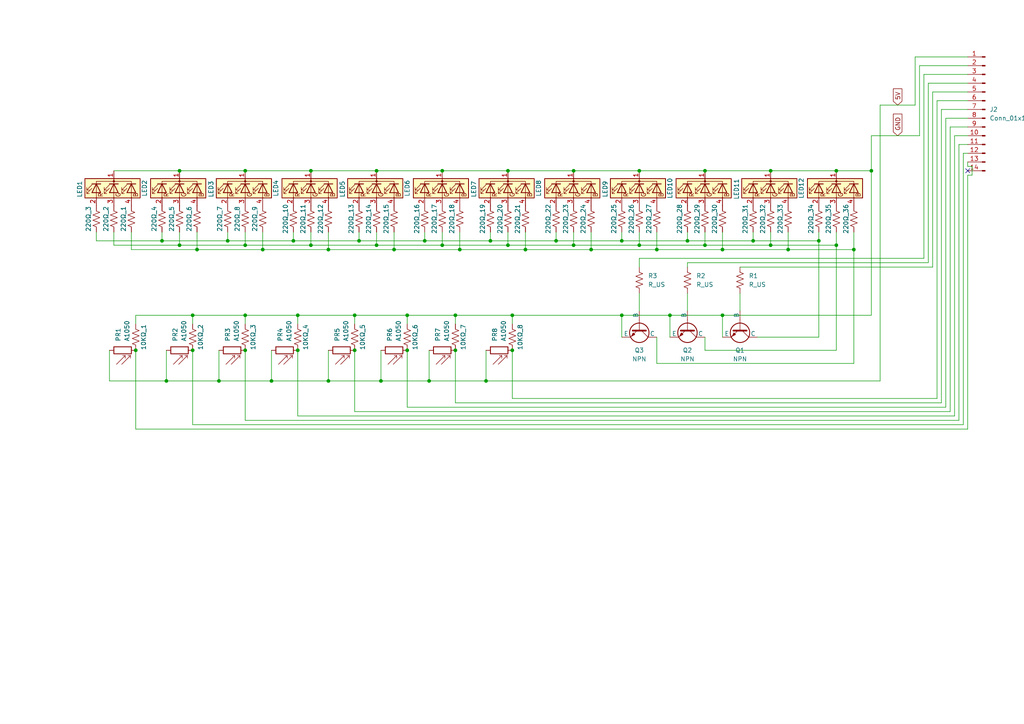
<source format=kicad_sch>
(kicad_sch (version 20231120) (generator "eeschema") (generator_version "8.0")
  (paper "A4")
  (title_block (title "Onderste PCB schema") (date "2024-07-27") (company "Robotica Mendelcollege") (comment 1 "https://github.com/ableTI/robotica") (comment 2 "https://www.instagram.com/robotics_mendelcollege/") (comment 3 "https://mendelcollege.nl/ontdek-je-talenten/robotica-en-beta/"))
  (lib_symbols
    (symbol "Connector:Conn_01x14_Pin" (pin_names (offset 1.016) hide)
      (property "Reference" "J" (at 0 17.78 0))
      (property "Value" "Conn_01x14_Pin" (at 0 -20.32 0))
      (symbol "Conn_01x14_Pin_1_1"
        (polyline (pts (xy 1.27 -17.78) (xy 0.8636 -17.78)) (stroke (width 0.1524)))
        (polyline (pts (xy 1.27 -15.24) (xy 0.8636 -15.24)) (stroke (width 0.1524)))
        (polyline (pts (xy 1.27 -12.7) (xy 0.8636 -12.7)) (stroke (width 0.1524)))
        (polyline (pts (xy 1.27 -10.16) (xy 0.8636 -10.16)) (stroke (width 0.1524)))
        (polyline (pts (xy 1.27 -7.62) (xy 0.8636 -7.62)) (stroke (width 0.1524)))
        (polyline (pts (xy 1.27 -5.08) (xy 0.8636 -5.08)) (stroke (width 0.1524)))
        (polyline (pts (xy 1.27 -2.54) (xy 0.8636 -2.54)) (stroke (width 0.1524)))
        (polyline (pts (xy 1.27 0) (xy 0.8636 0)) (stroke (width 0.1524)))
        (polyline (pts (xy 1.27 2.54) (xy 0.8636 2.54)) (stroke (width 0.1524)))
        (polyline (pts (xy 1.27 5.08) (xy 0.8636 5.08)) (stroke (width 0.1524)))
        (polyline (pts (xy 1.27 7.62) (xy 0.8636 7.62)) (stroke (width 0.1524)))
        (polyline (pts (xy 1.27 10.16) (xy 0.8636 10.16)) (stroke (width 0.1524)))
        (polyline (pts (xy 1.27 12.7) (xy 0.8636 12.7)) (stroke (width 0.1524)))
        (polyline (pts (xy 1.27 15.24) (xy 0.8636 15.24)) (stroke (width 0.1524)))
        (rectangle (start 0.8636 -17.653) (end 0 -17.907) (stroke (width 0.1524)) (fill (type outline)))
        (rectangle (start 0.8636 -15.113) (end 0 -15.367) (stroke (width 0.1524)) (fill (type outline)))
        (rectangle (start 0.8636 -12.573) (end 0 -12.827) (stroke (width 0.1524)) (fill (type outline)))
        (rectangle (start 0.8636 -10.033) (end 0 -10.287) (stroke (width 0.1524)) (fill (type outline)))
        (rectangle (start 0.8636 -7.493) (end 0 -7.747) (stroke (width 0.1524)) (fill (type outline)))
        (rectangle (start 0.8636 -4.953) (end 0 -5.207) (stroke (width 0.1524)) (fill (type outline)))
        (rectangle (start 0.8636 -2.413) (end 0 -2.667) (stroke (width 0.1524)) (fill (type outline)))
        (rectangle (start 0.8636 0.127) (end 0 -0.127) (stroke (width 0.1524)) (fill (type outline)))
        (rectangle (start 0.8636 2.667) (end 0 2.413) (stroke (width 0.1524)) (fill (type outline)))
        (rectangle (start 0.8636 5.207) (end 0 4.953) (stroke (width 0.1524)) (fill (type outline)))
        (rectangle (start 0.8636 7.747) (end 0 7.493) (stroke (width 0.1524)) (fill (type outline)))
        (rectangle (start 0.8636 10.287) (end 0 10.033) (stroke (width 0.1524)) (fill (type outline)))
        (rectangle (start 0.8636 12.827) (end 0 12.573) (stroke (width 0.1524)) (fill (type outline)))
        (rectangle (start 0.8636 15.367) (end 0 15.113) (stroke (width 0.1524)) (fill (type outline)))
        (pin passive line (at 5.08 15.24 180) (length 3.81) (name "Pin_1") (number "1"))
        (pin passive line (at 5.08 -7.62 180) (length 3.81) (name "Pin_10") (number "10"))
        (pin passive line (at 5.08 -10.16 180) (length 3.81) (name "Pin_11") (number "11"))
        (pin passive line (at 5.08 -12.7 180) (length 3.81) (name "Pin_12") (number "12"))
        (pin passive line (at 5.08 -15.24 180) (length 3.81) (name "Pin_13") (number "13"))
        (pin passive line (at 5.08 -17.78 180) (length 3.81) (name "Pin_14") (number "14"))
        (pin passive line (at 5.08 12.7 180) (length 3.81) (name "Pin_2") (number "2"))
        (pin passive line (at 5.08 10.16 180) (length 3.81) (name "Pin_3") (number "3"))
        (pin passive line (at 5.08 7.62 180) (length 3.81) (name "Pin_4") (number "4"))
        (pin passive line (at 5.08 5.08 180) (length 3.81) (name "Pin_5") (number "5"))
        (pin passive line (at 5.08 2.54 180) (length 3.81) (name "Pin_6") (number "6"))
        (pin passive line (at 5.08 0 180) (length 3.81) (name "Pin_7") (number "7"))
        (pin passive line (at 5.08 -2.54 180) (length 3.81) (name "Pin_8") (number "8"))
        (pin passive line (at 5.08 -5.08 180) (length 3.81) (name "Pin_9") (number "9"))
      )
    )
    (symbol "Device:LED_KRGB" (pin_names (offset 0) hide)
      (property "Reference" "D" (at 0 9.398 0))
      (property "Value" "LED_KRGB" (at 0 -8.89 0))
      (symbol "LED_KRGB_0_0"
        (text "B" (at 1.905 -6.35 0) (effects (font (size 1.27 1.27))))
        (text "G" (at 1.905 -1.27 0) (effects (font (size 1.27 1.27))))
        (text "R" (at 1.905 3.81 0) (effects (font (size 1.27 1.27))))
      )
      (symbol "LED_KRGB_0_1"
        (circle (center -2.032 0) (radius 0.254) (fill (type outline)))
        (polyline (pts (xy -1.27 -5.08) (xy 1.27 -5.08)))
        (polyline (pts (xy -1.27 -3.81) (xy -1.27 -6.35)) (stroke (width 0.254)))
        (polyline (pts (xy -1.27 0) (xy -2.54 0)))
        (polyline (pts (xy -1.27 1.27) (xy -1.27 -1.27)) (stroke (width 0.254)))
        (polyline (pts (xy -1.27 5.08) (xy 1.27 5.08)))
        (polyline (pts (xy -1.27 6.35) (xy -1.27 3.81)) (stroke (width 0.254)))
        (polyline (pts (xy 1.27 -5.08) (xy 2.54 -5.08)))
        (polyline (pts (xy 1.27 0) (xy -1.27 0)))
        (polyline (pts (xy 1.27 0) (xy 2.54 0)))
        (polyline (pts (xy 1.27 5.08) (xy 2.54 5.08)))
        (polyline (pts (xy -1.27 1.27) (xy -1.27 -1.27) (xy -1.27 -1.27)))
        (polyline (pts (xy -1.27 6.35) (xy -1.27 3.81) (xy -1.27 3.81)))
        (polyline (pts (xy -1.27 5.08) (xy -2.032 5.08) (xy -2.032 -5.08) (xy -1.016 -5.08)))
        (polyline (pts (xy 1.27 -3.81) (xy 1.27 -6.35) (xy -1.27 -5.08) (xy 1.27 -3.81)) (stroke (width 0.254)))
        (polyline (pts (xy 1.27 1.27) (xy 1.27 -1.27) (xy -1.27 0) (xy 1.27 1.27)) (stroke (width 0.254)))
        (polyline (pts (xy 1.27 6.35) (xy 1.27 3.81) (xy -1.27 5.08) (xy 1.27 6.35)) (stroke (width 0.254)))
        (polyline (pts (xy -1.016 -3.81) (xy 0.508 -2.286) (xy -0.254 -2.286) (xy 0.508 -2.286) (xy 0.508 -3.048)))
        (polyline (pts (xy -1.016 1.27) (xy 0.508 2.794) (xy -0.254 2.794) (xy 0.508 2.794) (xy 0.508 2.032)))
        (polyline (pts (xy -1.016 6.35) (xy 0.508 7.874) (xy -0.254 7.874) (xy 0.508 7.874) (xy 0.508 7.112)))
        (polyline (pts (xy 0 -3.81) (xy 1.524 -2.286) (xy 0.762 -2.286) (xy 1.524 -2.286) (xy 1.524 -3.048)))
        (polyline (pts (xy 0 1.27) (xy 1.524 2.794) (xy 0.762 2.794) (xy 1.524 2.794) (xy 1.524 2.032)))
        (polyline (pts (xy 0 6.35) (xy 1.524 7.874) (xy 0.762 7.874) (xy 1.524 7.874) (xy 1.524 7.112)))
        (rectangle (start 1.27 -1.27) (end 1.27 1.27))
        (rectangle (start 1.27 1.27) (end 1.27 1.27))
        (rectangle (start 1.27 3.81) (end 1.27 6.35))
        (rectangle (start 1.27 6.35) (end 1.27 6.35))
        (rectangle (start 2.794 8.382) (end -2.794 -7.62) (stroke (width 0.254)) (fill (type background)))
      )
      (symbol "LED_KRGB_1_1"
        (pin passive line (at -5.08 0 0) (length 2.54) (name "K") (number "1"))
        (pin passive line (at 5.08 5.08 180) (length 2.54) (name "RA") (number "2"))
        (pin passive line (at 5.08 0 180) (length 2.54) (name "GA") (number "3"))
        (pin passive line (at 5.08 -5.08 180) (length 2.54) (name "BA") (number "4"))
      )
    )
    (symbol "Device:R_US" (pin_numbers hide) (pin_names (offset 0))
      (property "Reference" "R" (at 2.54 0 90))
      (property "Value" "R_US" (at -2.54 0 90))
      (symbol "R_US_0_1"
        (polyline (pts (xy 0 -2.286) (xy 0 -2.54)))
        (polyline (pts (xy 0 2.286) (xy 0 2.54)))
        (polyline (pts (xy 0 -0.762) (xy 1.016 -1.143) (xy 0 -1.524) (xy -1.016 -1.905) (xy 0 -2.286)))
        (polyline (pts (xy 0 0.762) (xy 1.016 0.381) (xy 0 0) (xy -1.016 -0.381) (xy 0 -0.762)))
        (polyline (pts (xy 0 2.286) (xy 1.016 1.905) (xy 0 1.524) (xy -1.016 1.143) (xy 0 0.762)))
      )
      (symbol "R_US_1_1"
        (pin passive line (at 0 3.81 270) (length 1.27) (name "~") (number "1"))
        (pin passive line (at 0 -3.81 90) (length 1.27) (name "~") (number "2"))
      )
    )
    (symbol "Sensor_Optical:A1050" (pin_numbers hide) (pin_names (offset 0))
      (property "Reference" "R" (at -5.08 0 90))
      (property "Value" "A1050" (at 1.905 0 90))
      (symbol "A1050_0_1"
        (rectangle (start -1.016 2.54) (end 1.016 -2.54) (stroke (width 0.254)))
        (polyline (pts (xy -1.524 -2.286) (xy -4.064 0.254)))
        (polyline (pts (xy -1.524 -2.286) (xy -2.286 -2.286)))
        (polyline (pts (xy -1.524 -2.286) (xy -1.524 -1.524)))
        (polyline (pts (xy -1.524 -0.762) (xy -4.064 1.778)))
        (polyline (pts (xy -1.524 -0.762) (xy -2.286 -0.762)))
        (polyline (pts (xy -1.524 -0.762) (xy -1.524 0)))
      )
      (symbol "A1050_1_1"
        (pin passive line (at 0 3.81 270) (length 1.27) (name "~") (number "1"))
        (pin passive line (at 0 -3.81 90) (length 1.27) (name "~") (number "2"))
      )
    )
    (symbol "Simulation_SPICE:NPN" (pin_numbers hide) (pin_names (offset 0))
      (property "Reference" "Q" (at -2.54 7.62 0))
      (property "Value" "NPN" (at -2.54 5.08 0))
      (symbol "NPN_0_1"
        (polyline (pts (xy -2.54 0) (xy 0.635 0)) (stroke (width 0.1524)))
        (polyline (pts (xy 0.635 0.635) (xy 2.54 2.54)))
        (polyline (pts (xy 2.794 -1.27) (xy 2.794 -1.27)) (stroke (width 0.1524)))
        (polyline (pts (xy 2.794 -1.27) (xy 2.794 -1.27)) (stroke (width 0.1524)))
        (polyline (pts (xy 0.635 -0.635) (xy 2.54 -2.54) (xy 2.54 -2.54)))
        (polyline (pts (xy 0.635 1.905) (xy 0.635 -1.905) (xy 0.635 -1.905)) (stroke (width 0.508)))
        (polyline (pts (xy 1.27 -1.778) (xy 1.778 -1.27) (xy 2.286 -2.286) (xy 1.27 -1.778) (xy 1.27 -1.778)) (fill (type outline)))
        (circle (center 1.27 0) (radius 2.8194) (stroke (width 0.254)))
      )
      (symbol "NPN_1_1"
        (pin open_collector line (at 2.54 5.08 270) (length 2.54) (name "C") (number "1"))
        (pin input line (at -5.08 0 0) (length 2.54) (name "B") (number "2"))
        (pin open_emitter line (at 2.54 -5.08 90) (length 2.54) (name "E") (number "3"))
      )
    )
  )
  (junction (at 132.08 91.44))
  (junction (at 242.57 49.53))
  (junction (at 86.36 91.44))
  (junction (at 55.88 91.44))
  (junction (at 180.34 69.85))
  (junction (at 148.59 101.6))
  (junction (at 71.12 101.6))
  (junction (at 228.6 72.39))
  (junction (at 78.74 110.49))
  (junction (at 242.57 71.12))
  (junction (at 237.49 69.85))
  (junction (at 194.31 91.44))
  (junction (at 128.27 49.53))
  (junction (at 209.55 91.44))
  (junction (at 133.35 72.39))
  (junction (at 66.04 69.85))
  (junction (at 166.37 49.53))
  (junction (at 128.27 71.12))
  (junction (at 161.29 69.85))
  (junction (at 252.73 49.53))
  (junction (at 223.52 71.12))
  (junction (at 147.32 49.53))
  (junction (at 95.25 110.49))
  (junction (at 102.87 101.6))
  (junction (at 118.11 91.44))
  (junction (at 71.12 49.53))
  (junction (at 180.34 91.44))
  (junction (at 124.46 110.49))
  (junction (at 247.65 72.39))
  (junction (at 76.2 72.39))
  (junction (at 199.39 69.85))
  (junction (at 52.07 71.12))
  (junction (at 218.44 69.85))
  (junction (at 204.47 49.53))
  (junction (at 152.4 72.39))
  (junction (at 147.32 71.12))
  (junction (at 95.25 72.39))
  (junction (at 104.14 69.85))
  (junction (at 140.97 110.49))
  (junction (at 48.26 110.49))
  (junction (at 109.22 49.53))
  (junction (at 86.36 101.6))
  (junction (at 209.55 72.39))
  (junction (at 223.52 49.53))
  (junction (at 57.15 72.39))
  (junction (at 71.12 91.44))
  (junction (at 132.08 101.6))
  (junction (at 52.07 49.53))
  (junction (at 185.42 71.12))
  (junction (at 71.12 71.12))
  (junction (at 110.49 110.49))
  (junction (at 148.59 91.44))
  (junction (at 85.09 69.85))
  (junction (at 63.5 110.49))
  (junction (at 166.37 71.12))
  (junction (at 114.3 72.39))
  (junction (at 185.42 49.53))
  (junction (at 142.24 69.85))
  (junction (at 39.37 101.6))
  (junction (at 90.17 49.53))
  (junction (at 118.11 101.6))
  (junction (at 46.99 69.85))
  (junction (at 171.45 72.39))
  (junction (at 55.88 101.6))
  (junction (at 123.19 69.85))
  (junction (at 102.87 91.44))
  (junction (at 190.5 72.39))
  (junction (at 90.17 71.12))
  (junction (at 109.22 71.12))
  (junction (at 204.47 71.12))
  (no_connect (at 280.67 49.53))
  (wire (pts (xy 270.51 26.67) (xy 270.51 77.47)))
  (wire (pts (xy 46.99 69.85) (xy 66.04 69.85)))
  (wire (pts (xy 55.88 91.44) (xy 55.88 93.98)))
  (wire (pts (xy 252.73 49.53) (xy 252.73 91.44)))
  (wire (pts (xy 95.25 72.39) (xy 95.25 67.31)))
  (wire (pts (xy 27.94 69.85) (xy 46.99 69.85)))
  (wire (pts (xy 242.57 101.6) (xy 242.57 71.12)))
  (wire (pts (xy 71.12 101.6) (xy 71.12 121.92)))
  (wire (pts (xy 280.67 31.75) (xy 273.05 31.75)))
  (wire (pts (xy 90.17 49.53) (xy 109.22 49.53)))
  (wire (pts (xy 280.67 26.67) (xy 270.51 26.67)))
  (wire (pts (xy 204.47 71.12) (xy 204.47 67.31)))
  (wire (pts (xy 148.59 91.44) (xy 180.34 91.44)))
  (wire (pts (xy 255.27 30.48) (xy 255.27 110.49)))
  (wire (pts (xy 148.59 115.57) (xy 148.59 101.6)))
  (wire (pts (xy 218.44 69.85) (xy 237.49 69.85)))
  (wire (pts (xy 128.27 71.12) (xy 109.22 71.12)))
  (wire (pts (xy 38.1 72.39) (xy 57.15 72.39)))
  (wire (pts (xy 102.87 101.6) (xy 102.87 119.38)))
  (wire (pts (xy 152.4 72.39) (xy 171.45 72.39)))
  (wire (pts (xy 85.09 69.85) (xy 85.09 67.31)))
  (wire (pts (xy 27.94 67.31) (xy 27.94 69.85)))
  (wire (pts (xy 140.97 110.49) (xy 255.27 110.49)))
  (wire (pts (xy 132.08 101.6) (xy 132.08 116.84)))
  (wire (pts (xy 274.32 34.29) (xy 280.67 34.29)))
  (wire (pts (xy 86.36 120.65) (xy 276.86 120.65)))
  (wire (pts (xy 252.73 39.37) (xy 252.73 49.53)))
  (wire (pts (xy 152.4 72.39) (xy 152.4 67.31)))
  (wire (pts (xy 133.35 72.39) (xy 133.35 67.31)))
  (wire (pts (xy 86.36 93.98) (xy 86.36 91.44)))
  (wire (pts (xy 140.97 110.49) (xy 140.97 101.6)))
  (wire (pts (xy 52.07 71.12) (xy 52.07 67.31)))
  (wire (pts (xy 142.24 69.85) (xy 161.29 69.85)))
  (wire (pts (xy 171.45 72.39) (xy 171.45 67.31)))
  (wire (pts (xy 190.5 105.41) (xy 190.5 97.79)))
  (wire (pts (xy 86.36 91.44) (xy 102.87 91.44)))
  (wire (pts (xy 71.12 91.44) (xy 86.36 91.44)))
  (wire (pts (xy 63.5 101.6) (xy 63.5 110.49)))
  (wire (pts (xy 209.55 91.44) (xy 209.55 97.79)))
  (wire (pts (xy 66.04 69.85) (xy 85.09 69.85)))
  (wire (pts (xy 39.37 101.6) (xy 39.37 124.46)))
  (wire (pts (xy 63.5 110.49) (xy 48.26 110.49)))
  (wire (pts (xy 142.24 69.85) (xy 142.24 67.31)))
  (wire (pts (xy 266.7 39.37) (xy 266.7 19.05)))
  (wire (pts (xy 66.04 69.85) (xy 66.04 67.31)))
  (wire (pts (xy 161.29 69.85) (xy 161.29 67.31)))
  (wire (pts (xy 104.14 69.85) (xy 104.14 67.31)))
  (wire (pts (xy 161.29 69.85) (xy 180.34 69.85)))
  (wire (pts (xy 204.47 97.79) (xy 204.47 101.6)))
  (wire (pts (xy 278.13 41.91) (xy 278.13 121.92)))
  (wire (pts (xy 280.67 50.8) (xy 280.67 124.46)))
  (wire (pts (xy 48.26 110.49) (xy 31.75 110.49)))
  (wire (pts (xy 185.42 49.53) (xy 204.47 49.53)))
  (wire (pts (xy 52.07 49.53) (xy 71.12 49.53)))
  (wire (pts (xy 147.32 71.12) (xy 147.32 67.31)))
  (wire (pts (xy 147.32 71.12) (xy 128.27 71.12)))
  (wire (pts (xy 265.43 16.51) (xy 280.67 16.51)))
  (wire (pts (xy 180.34 91.44) (xy 194.31 91.44)))
  (wire (pts (xy 237.49 97.79) (xy 219.71 97.79)))
  (wire (pts (xy 166.37 71.12) (xy 166.37 67.31)))
  (wire (pts (xy 46.99 69.85) (xy 46.99 67.31)))
  (wire (pts (xy 39.37 93.98) (xy 39.37 91.44)))
  (wire (pts (xy 124.46 110.49) (xy 140.97 110.49)))
  (wire (pts (xy 275.59 36.83) (xy 275.59 119.38)))
  (wire (pts (xy 204.47 101.6) (xy 242.57 101.6)))
  (wire (pts (xy 38.1 67.31) (xy 38.1 72.39)))
  (wire (pts (xy 252.73 39.37) (xy 266.7 39.37)))
  (wire (pts (xy 209.55 91.44) (xy 252.73 91.44)))
  (wire (pts (xy 280.67 21.59) (xy 267.97 21.59)))
  (wire (pts (xy 273.05 116.84) (xy 132.08 116.84)))
  (wire (pts (xy 31.75 110.49) (xy 31.75 101.6)))
  (wire (pts (xy 194.31 91.44) (xy 194.31 97.79)))
  (wire (pts (xy 132.08 93.98) (xy 132.08 91.44)))
  (wire (pts (xy 185.42 71.12) (xy 185.42 67.31)))
  (wire (pts (xy 280.67 124.46) (xy 39.37 124.46)))
  (wire (pts (xy 148.59 91.44) (xy 148.59 93.98)))
  (wire (pts (xy 118.11 118.11) (xy 274.32 118.11)))
  (wire (pts (xy 204.47 49.53) (xy 223.52 49.53)))
  (wire (pts (xy 269.24 24.13) (xy 269.24 76.2)))
  (wire (pts (xy 237.49 69.85) (xy 237.49 67.31)))
  (wire (pts (xy 223.52 71.12) (xy 223.52 67.31)))
  (wire (pts (xy 171.45 72.39) (xy 190.5 72.39)))
  (wire (pts (xy 71.12 71.12) (xy 52.07 71.12)))
  (wire (pts (xy 281.94 48.26) (xy 281.94 50.8)))
  (wire (pts (xy 124.46 110.49) (xy 124.46 101.6)))
  (wire (pts (xy 280.67 48.26) (xy 281.94 48.26)))
  (wire (pts (xy 109.22 71.12) (xy 90.17 71.12)))
  (wire (pts (xy 271.78 115.57) (xy 271.78 29.21)))
  (wire (pts (xy 118.11 91.44) (xy 132.08 91.44)))
  (wire (pts (xy 228.6 72.39) (xy 228.6 67.31)))
  (wire (pts (xy 209.55 72.39) (xy 209.55 67.31)))
  (wire (pts (xy 166.37 71.12) (xy 147.32 71.12)))
  (wire (pts (xy 185.42 77.47) (xy 185.42 74.93)))
  (wire (pts (xy 275.59 119.38) (xy 102.87 119.38)))
  (wire (pts (xy 214.63 77.47) (xy 270.51 77.47)))
  (wire (pts (xy 128.27 71.12) (xy 128.27 67.31)))
  (wire (pts (xy 85.09 69.85) (xy 104.14 69.85)))
  (wire (pts (xy 209.55 72.39) (xy 228.6 72.39)))
  (wire (pts (xy 123.19 69.85) (xy 142.24 69.85)))
  (wire (pts (xy 278.13 121.92) (xy 71.12 121.92)))
  (wire (pts (xy 223.52 49.53) (xy 242.57 49.53)))
  (wire (pts (xy 280.67 36.83) (xy 275.59 36.83)))
  (wire (pts (xy 180.34 91.44) (xy 180.34 97.79)))
  (wire (pts (xy 71.12 93.98) (xy 71.12 91.44)))
  (wire (pts (xy 237.49 69.85) (xy 237.49 97.79)))
  (wire (pts (xy 55.88 101.6) (xy 55.88 123.19)))
  (wire (pts (xy 128.27 49.53) (xy 147.32 49.53)))
  (wire (pts (xy 57.15 72.39) (xy 76.2 72.39)))
  (wire (pts (xy 110.49 110.49) (xy 95.25 110.49)))
  (wire (pts (xy 90.17 71.12) (xy 71.12 71.12)))
  (wire (pts (xy 118.11 101.6) (xy 118.11 118.11)))
  (wire (pts (xy 63.5 110.49) (xy 78.74 110.49)))
  (wire (pts (xy 71.12 49.53) (xy 90.17 49.53)))
  (wire (pts (xy 185.42 71.12) (xy 166.37 71.12)))
  (wire (pts (xy 190.5 72.39) (xy 209.55 72.39)))
  (wire (pts (xy 71.12 71.12) (xy 71.12 67.31)))
  (wire (pts (xy 274.32 118.11) (xy 274.32 34.29)))
  (wire (pts (xy 199.39 85.09) (xy 199.39 90.17)))
  (wire (pts (xy 242.57 67.31) (xy 242.57 71.12)))
  (wire (pts (xy 147.32 49.53) (xy 166.37 49.53)))
  (wire (pts (xy 95.25 72.39) (xy 114.3 72.39)))
  (wire (pts (xy 194.31 91.44) (xy 209.55 91.44)))
  (wire (pts (xy 265.43 30.48) (xy 265.43 16.51)))
  (wire (pts (xy 110.49 110.49) (xy 124.46 110.49)))
  (wire (pts (xy 185.42 74.93) (xy 267.97 74.93)))
  (wire (pts (xy 132.08 91.44) (xy 148.59 91.44)))
  (wire (pts (xy 267.97 21.59) (xy 267.97 74.93)))
  (wire (pts (xy 266.7 19.05) (xy 280.67 19.05)))
  (wire (pts (xy 247.65 72.39) (xy 247.65 67.31)))
  (wire (pts (xy 109.22 71.12) (xy 109.22 67.31)))
  (wire (pts (xy 281.94 50.8) (xy 280.67 50.8)))
  (wire (pts (xy 48.26 110.49) (xy 48.26 101.6)))
  (wire (pts (xy 133.35 72.39) (xy 152.4 72.39)))
  (wire (pts (xy 269.24 24.13) (xy 280.67 24.13)))
  (wire (pts (xy 95.25 110.49) (xy 95.25 101.6)))
  (wire (pts (xy 33.02 49.53) (xy 52.07 49.53)))
  (wire (pts (xy 57.15 72.39) (xy 57.15 67.31)))
  (wire (pts (xy 55.88 123.19) (xy 279.4 123.19)))
  (wire (pts (xy 76.2 72.39) (xy 76.2 67.31)))
  (wire (pts (xy 95.25 110.49) (xy 78.74 110.49)))
  (wire (pts (xy 76.2 72.39) (xy 95.25 72.39)))
  (wire (pts (xy 269.24 76.2) (xy 199.39 76.2)))
  (wire (pts (xy 86.36 101.6) (xy 86.36 120.65)))
  (wire (pts (xy 123.19 69.85) (xy 123.19 67.31)))
  (wire (pts (xy 223.52 71.12) (xy 204.47 71.12)))
  (wire (pts (xy 214.63 90.17) (xy 214.63 85.09)))
  (wire (pts (xy 104.14 69.85) (xy 123.19 69.85)))
  (wire (pts (xy 247.65 105.41) (xy 190.5 105.41)))
  (wire (pts (xy 247.65 72.39) (xy 247.65 105.41)))
  (wire (pts (xy 242.57 71.12) (xy 223.52 71.12)))
  (wire (pts (xy 276.86 39.37) (xy 280.67 39.37)))
  (wire (pts (xy 279.4 44.45) (xy 280.67 44.45)))
  (wire (pts (xy 280.67 46.99) (xy 280.67 48.26)))
  (wire (pts (xy 118.11 93.98) (xy 118.11 91.44)))
  (wire (pts (xy 114.3 72.39) (xy 133.35 72.39)))
  (wire (pts (xy 52.07 71.12) (xy 33.02 71.12)))
  (wire (pts (xy 71.12 91.44) (xy 55.88 91.44)))
  (wire (pts (xy 279.4 44.45) (xy 279.4 123.19)))
  (wire (pts (xy 114.3 72.39) (xy 114.3 67.31)))
  (wire (pts (xy 110.49 101.6) (xy 110.49 110.49)))
  (wire (pts (xy 90.17 71.12) (xy 90.17 67.31)))
  (wire (pts (xy 228.6 72.39) (xy 247.65 72.39)))
  (wire (pts (xy 180.34 69.85) (xy 180.34 67.31)))
  (wire (pts (xy 218.44 69.85) (xy 218.44 67.31)))
  (wire (pts (xy 78.74 110.49) (xy 78.74 101.6)))
  (wire (pts (xy 276.86 120.65) (xy 276.86 39.37)))
  (wire (pts (xy 280.67 41.91) (xy 278.13 41.91)))
  (wire (pts (xy 39.37 91.44) (xy 55.88 91.44)))
  (wire (pts (xy 255.27 30.48) (xy 265.43 30.48)))
  (wire (pts (xy 271.78 29.21) (xy 280.67 29.21)))
  (wire (pts (xy 199.39 69.85) (xy 199.39 67.31)))
  (wire (pts (xy 190.5 72.39) (xy 190.5 67.31)))
  (wire (pts (xy 148.59 115.57) (xy 271.78 115.57)))
  (wire (pts (xy 109.22 49.53) (xy 128.27 49.53)))
  (wire (pts (xy 33.02 71.12) (xy 33.02 67.31)))
  (wire (pts (xy 242.57 49.53) (xy 252.73 49.53)))
  (wire (pts (xy 204.47 71.12) (xy 185.42 71.12)))
  (wire (pts (xy 102.87 91.44) (xy 102.87 93.98)))
  (wire (pts (xy 185.42 85.09) (xy 185.42 90.17)))
  (wire (pts (xy 180.34 69.85) (xy 199.39 69.85)))
  (wire (pts (xy 199.39 69.85) (xy 218.44 69.85)))
  (wire (pts (xy 199.39 76.2) (xy 199.39 77.47)))
  (wire (pts (xy 118.11 91.44) (xy 102.87 91.44)))
  (wire (pts (xy 166.37 49.53) (xy 185.42 49.53)))
  (wire (pts (xy 273.05 31.75) (xy 273.05 116.84)))
  (global_label "GND" (shape input) (at 260.35 39.37 90) (property "Intersheetrefs" "${INTERSHEET_REFS}" (effects (hide yes))))
  (global_label "5V" (shape input) (at 260.35 30.48 90) (property "Intersheetrefs" "${INTERSHEET_REFS}" (effects (hide yes))))
  (symbol (lib_id "Sensor_Optical:A1050") (at 114.3 101.6 90) (unit 1)
    (property "Reference" "PR6" (at 113.0299 99.06 0) (effects (justify left)))
    (property "Value" "A1050" (at 115.5699 99.06 0) (effects (justify left)))
    (property "Footprint" "OptoDevice:R_LDR_D6.4mm_P3.4mm_Vertical" (effects (hide yes)))
    (property "Datasheet" "http://cdn-reichelt.de/documents/datenblatt/A500/A106012.pdf" (effects (hide yes)))
    (property "Description" "light dependent resistor" (effects (hide yes)))
  )
  (symbol (lib_id "Sensor_Optical:A1050") (at 128.27 101.6 90) (unit 1)
    (property "Reference" "PR7" (at 126.9999 99.06 0) (effects (justify left)))
    (property "Value" "A1050" (at 129.5399 99.06 0) (effects (justify left)))
    (property "Footprint" "OptoDevice:R_LDR_D6.4mm_P3.4mm_Vertical" (effects (hide yes)))
    (property "Datasheet" "http://cdn-reichelt.de/documents/datenblatt/A500/A106012.pdf" (effects (hide yes)))
    (property "Description" "light dependent resistor" (effects (hide yes)))
  )
  (symbol (lib_id "Device:R_US") (at 52.07 63.5 0) (unit 1)
    (property "Reference" "220Ω_5" (at 49.784 63.5 90))
    (property "Value" "R_US" (effects (hide yes)))
    (property "Description" "Resistor, US symbol" (effects (hide yes)))
  )
  (symbol (lib_id "Device:R_US") (at 76.2 63.5 0) (unit 1)
    (property "Reference" "220Ω_9" (at 73.914 63.5 90))
    (property "Value" "R_US" (effects (hide yes)))
    (property "Description" "Resistor, US symbol" (effects (hide yes)))
  )
  (symbol (lib_id "Device:R_US") (at 214.63 81.28 180) (unit 1)
    (property "Reference" "R1" (at 217.17 80.0099 0) (effects (justify right)))
    (property "Value" "R_US" (at 217.17 82.5499 0) (effects (justify right)))
    (property "Description" "Resistor, US symbol" (effects (hide yes)))
  )
  (symbol (lib_id "Device:R_US") (at 133.35 63.5 0) (unit 1)
    (property "Reference" "220Ω_18" (at 131.064 63.5 90))
    (property "Value" "R_US" (effects (hide yes)))
    (property "Description" "Resistor, US symbol" (effects (hide yes)))
  )
  (symbol (lib_id "Device:LED_KRGB") (at 204.47 54.61 90) (mirror x) (unit 1)
    (property "Reference" "LED10" (at 194.31 54.61 0))
    (property "Value" "LED_KRGB" (effects (hide yes)))
    (property "Description" "RGB LED, cathode/red/green/blue" (effects (hide yes)))
  )
  (symbol (lib_id "Device:R_US") (at 199.39 81.28 180) (unit 1)
    (property "Reference" "R2" (at 201.93 80.0099 0) (effects (justify right)))
    (property "Value" "R_US" (at 201.93 82.5499 0) (effects (justify right)))
    (property "Description" "Resistor, US symbol" (effects (hide yes)))
  )
  (symbol (lib_id "Device:LED_KRGB") (at 242.57 54.61 90) (mirror x) (unit 1)
    (property "Reference" "LED12" (at 232.41 54.61 0))
    (property "Value" "LED_KRGB" (effects (hide yes)))
    (property "Description" "RGB LED, cathode/red/green/blue" (effects (hide yes)))
  )
  (symbol (lib_id "Device:R_US") (at 86.36 97.79 180) (unit 1)
    (property "Reference" "10KΩ_4" (at 88.646 97.79 90))
    (property "Value" "R_US" (effects (hide yes)))
    (property "Description" "Resistor, US symbol" (effects (hide yes)))
  )
  (symbol (lib_id "Simulation_SPICE:NPN") (at 199.39 95.25 270) (unit 1)
    (property "Reference" "Q2" (at 199.39 101.6 90))
    (property "Value" "NPN" (at 199.39 104.14 90))
    (property "Datasheet" "https://ngspice.sourceforge.io/docs/ngspice-html-manual/manual.xhtml#cha_BJTs" (effects (hide yes)))
    (property "Description" "Bipolar transistor symbol for simulation only, substrate tied to the emitter" (effects (hide yes)))
    (property "Sim.Device" "NPN" (effects (hide yes)))
    (property "Sim.Type" "GUMMELPOON" (effects (hide yes)))
    (property "Sim.Pins" "1=C 2=B 3=E" (effects (hide yes)))
  )
  (symbol (lib_id "Device:R_US") (at 199.39 63.5 0) (unit 1)
    (property "Reference" "220Ω_28" (at 197.104 63.5 90))
    (property "Value" "R_US" (effects (hide yes)))
    (property "Description" "Resistor, US symbol" (effects (hide yes)))
  )
  (symbol (lib_id "Device:LED_KRGB") (at 223.52 54.61 90) (mirror x) (unit 1)
    (property "Reference" "LED11" (at 213.614 54.864 0))
    (property "Value" "LED_KRGB" (effects (hide yes)))
    (property "Description" "RGB LED, cathode/red/green/blue" (effects (hide yes)))
  )
  (symbol (lib_id "Device:R_US") (at 104.14 63.5 0) (unit 1)
    (property "Reference" "220Ω_13" (at 101.854 63.5 90))
    (property "Value" "R_US" (effects (hide yes)))
    (property "Description" "Resistor, US symbol" (effects (hide yes)))
  )
  (symbol (lib_id "Device:R_US") (at 57.15 63.5 0) (unit 1)
    (property "Reference" "220Ω_6" (at 54.864 63.5 90))
    (property "Value" "R_US" (effects (hide yes)))
    (property "Description" "Resistor, US symbol" (effects (hide yes)))
  )
  (symbol (lib_id "Device:R_US") (at 90.17 63.5 0) (unit 1)
    (property "Reference" "220Ω_11" (at 87.884 63.5 90))
    (property "Value" "R_US" (effects (hide yes)))
    (property "Description" "Resistor, US symbol" (effects (hide yes)))
  )
  (symbol (lib_id "Device:R_US") (at 71.12 97.79 180) (unit 1)
    (property "Reference" "10KΩ_3" (at 73.406 97.79 90))
    (property "Value" "R_US" (effects (hide yes)))
    (property "Description" "Resistor, US symbol" (effects (hide yes)))
  )
  (symbol (lib_id "Device:R_US") (at 161.29 63.5 0) (unit 1)
    (property "Reference" "220Ω_22" (at 159.004 63.5 90))
    (property "Value" "R_US" (effects (hide yes)))
    (property "Description" "Resistor, US symbol" (effects (hide yes)))
  )
  (symbol (lib_id "Device:R_US") (at 147.32 63.5 0) (unit 1)
    (property "Reference" "220Ω_20" (at 145.034 63.5 90))
    (property "Value" "R_US" (effects (hide yes)))
    (property "Description" "Resistor, US symbol" (effects (hide yes)))
  )
  (symbol (lib_id "Device:R_US") (at 71.12 63.5 0) (unit 1)
    (property "Reference" "220Ω_8" (at 68.834 63.5 90))
    (property "Value" "R_US" (effects (hide yes)))
    (property "Description" "Resistor, US symbol" (effects (hide yes)))
  )
  (symbol (lib_id "Sensor_Optical:A1050") (at 144.78 101.6 90) (unit 1)
    (property "Reference" "PR8" (at 143.5099 99.06 0) (effects (justify left)))
    (property "Value" "A1050" (at 146.0499 99.06 0) (effects (justify left)))
    (property "Footprint" "OptoDevice:R_LDR_D6.4mm_P3.4mm_Vertical" (effects (hide yes)))
    (property "Datasheet" "http://cdn-reichelt.de/documents/datenblatt/A500/A106012.pdf" (effects (hide yes)))
    (property "Description" "light dependent resistor" (effects (hide yes)))
  )
  (symbol (lib_id "Device:LED_KRGB") (at 71.12 54.61 90) (mirror x) (unit 1)
    (property "Reference" "LED3" (at 61.214 54.864 0))
    (property "Value" "LED_KRGB" (effects (hide yes)))
    (property "Description" "RGB LED, cathode/red/green/blue" (effects (hide yes)))
  )
  (symbol (lib_id "Device:R_US") (at 118.11 97.79 180) (unit 1)
    (property "Reference" "10KΩ_6" (at 120.396 97.79 90))
    (property "Value" "R_US" (effects (hide yes)))
    (property "Description" "Resistor, US symbol" (effects (hide yes)))
  )
  (symbol (lib_id "Device:LED_KRGB") (at 185.42 54.61 90) (mirror x) (unit 1)
    (property "Reference" "LED9" (at 175.514 54.864 0))
    (property "Value" "LED_KRGB" (effects (hide yes)))
    (property "Description" "RGB LED, cathode/red/green/blue" (effects (hide yes)))
  )
  (symbol (lib_id "Device:R_US") (at 39.37 97.79 180) (unit 1)
    (property "Reference" "10KΩ_1" (at 41.656 97.79 90))
    (property "Value" "R_US" (effects (hide yes)))
    (property "Description" "Resistor, US symbol" (effects (hide yes)))
  )
  (symbol (lib_id "Device:R_US") (at 142.24 63.5 0) (unit 1)
    (property "Reference" "220Ω_19" (at 139.954 63.5 90))
    (property "Value" "R_US" (effects (hide yes)))
    (property "Description" "Resistor, US symbol" (effects (hide yes)))
  )
  (symbol (lib_id "Device:R_US") (at 242.57 63.5 0) (unit 1)
    (property "Reference" "220Ω_35" (at 240.284 63.5 90))
    (property "Value" "R_US" (effects (hide yes)))
    (property "Description" "Resistor, US symbol" (effects (hide yes)))
  )
  (symbol (lib_id "Device:R_US") (at 228.6 63.5 0) (unit 1)
    (property "Reference" "220Ω_33" (at 226.314 63.5 90))
    (property "Value" "R_US" (effects (hide yes)))
    (property "Description" "Resistor, US symbol" (effects (hide yes)))
  )
  (symbol (lib_id "Device:R_US") (at 27.94 63.5 0) (unit 1)
    (property "Reference" "220Ω_3" (at 25.654 63.5 90))
    (property "Value" "R_US" (effects (hide yes)))
    (property "Description" "Resistor, US symbol" (effects (hide yes)))
  )
  (symbol (lib_id "Device:R_US") (at 185.42 81.28 180) (unit 1)
    (property "Reference" "R3" (at 187.96 80.0099 0) (effects (justify right)))
    (property "Value" "R_US" (at 187.96 82.5499 0) (effects (justify right)))
    (property "Description" "Resistor, US symbol" (effects (hide yes)))
  )
  (symbol (lib_id "Device:R_US") (at 247.65 63.5 0) (unit 1)
    (property "Reference" "220Ω_36" (at 245.364 63.5 90))
    (property "Value" "R_US" (effects (hide yes)))
    (property "Description" "Resistor, US symbol" (effects (hide yes)))
  )
  (symbol (lib_id "Device:R_US") (at 132.08 97.79 180) (unit 1)
    (property "Reference" "10KΩ_7" (at 134.366 97.79 90))
    (property "Value" "R_US" (effects (hide yes)))
    (property "Description" "Resistor, US symbol" (effects (hide yes)))
  )
  (symbol (lib_id "Device:R_US") (at 148.59 97.79 180) (unit 1)
    (property "Reference" "10KΩ_8" (at 150.876 97.79 90))
    (property "Value" "R_US" (effects (hide yes)))
    (property "Description" "Resistor, US symbol" (effects (hide yes)))
  )
  (symbol (lib_id "Sensor_Optical:A1050") (at 82.55 101.6 90) (unit 1)
    (property "Reference" "PR4" (at 81.2799 99.06 0) (effects (justify left)))
    (property "Value" "A1050" (at 83.8199 99.06 0) (effects (justify left)))
    (property "Footprint" "OptoDevice:R_LDR_D6.4mm_P3.4mm_Vertical" (effects (hide yes)))
    (property "Datasheet" "http://cdn-reichelt.de/documents/datenblatt/A500/A106012.pdf" (effects (hide yes)))
    (property "Description" "light dependent resistor" (effects (hide yes)))
  )
  (symbol (lib_id "Connector:Conn_01x14_Pin") (at 285.75 31.75 0) (mirror y) (unit 1)
    (property "Reference" "J2" (at 287.02 31.7499 0) (effects (justify right)))
    (property "Value" "Conn_01x14_Pin" (at 287.02 34.2899 0) (effects (justify right)))
    (property "Description" "Generic connector, single row, 01x14, script generated" (effects (hide yes)))
  )
  (symbol (lib_id "Device:R_US") (at 109.22 63.5 0) (unit 1)
    (property "Reference" "220Ω_14" (at 106.934 63.5 90))
    (property "Value" "R_US" (effects (hide yes)))
    (property "Description" "Resistor, US symbol" (effects (hide yes)))
  )
  (symbol (lib_id "Device:R_US") (at 102.87 97.79 180) (unit 1)
    (property "Reference" "10KΩ_5" (at 105.156 97.79 90))
    (property "Value" "R_US" (effects (hide yes)))
    (property "Description" "Resistor, US symbol" (effects (hide yes)))
  )
  (symbol (lib_id "Sensor_Optical:A1050") (at 67.31 101.6 90) (unit 1)
    (property "Reference" "PR3" (at 66.0399 99.06 0) (effects (justify left)))
    (property "Value" "A1050" (at 68.5799 99.06 0) (effects (justify left)))
    (property "Footprint" "OptoDevice:R_LDR_D6.4mm_P3.4mm_Vertical" (effects (hide yes)))
    (property "Datasheet" "http://cdn-reichelt.de/documents/datenblatt/A500/A106012.pdf" (effects (hide yes)))
    (property "Description" "light dependent resistor" (effects (hide yes)))
  )
  (symbol (lib_id "Device:R_US") (at 209.55 63.5 0) (unit 1)
    (property "Reference" "220Ω_30" (at 207.264 63.5 90))
    (property "Value" "R_US" (effects (hide yes)))
    (property "Description" "Resistor, US symbol" (effects (hide yes)))
  )
  (symbol (lib_id "Device:R_US") (at 166.37 63.5 0) (unit 1)
    (property "Reference" "220Ω_23" (at 164.084 63.5 90))
    (property "Value" "R_US" (effects (hide yes)))
    (property "Description" "Resistor, US symbol" (effects (hide yes)))
  )
  (symbol (lib_id "Sensor_Optical:A1050") (at 99.06 101.6 90) (unit 1)
    (property "Reference" "PR5" (at 97.7899 99.06 0) (effects (justify left)))
    (property "Value" "A1050" (at 100.3299 99.06 0) (effects (justify left)))
    (property "Footprint" "OptoDevice:R_LDR_D6.4mm_P3.4mm_Vertical" (effects (hide yes)))
    (property "Datasheet" "http://cdn-reichelt.de/documents/datenblatt/A500/A106012.pdf" (effects (hide yes)))
    (property "Description" "light dependent resistor" (effects (hide yes)))
  )
  (symbol (lib_id "Device:R_US") (at 38.1 63.5 0) (unit 1)
    (property "Reference" "220Ω_1" (at 35.814 63.5 90))
    (property "Value" "R_US" (effects (hide yes)))
    (property "Description" "Resistor, US symbol" (effects (hide yes)))
  )
  (symbol (lib_id "Device:R_US") (at 33.02 63.5 0) (unit 1)
    (property "Reference" "220Ω_2" (at 30.734 63.5 90))
    (property "Value" "R_US" (effects (hide yes)))
    (property "Description" "Resistor, US symbol" (effects (hide yes)))
  )
  (symbol (lib_id "Device:R_US") (at 218.44 63.5 0) (unit 1)
    (property "Reference" "220Ω_31" (at 216.154 63.5 90))
    (property "Value" "R_US" (effects (hide yes)))
    (property "Description" "Resistor, US symbol" (effects (hide yes)))
  )
  (symbol (lib_id "Device:LED_KRGB") (at 128.27 54.61 90) (mirror x) (unit 1)
    (property "Reference" "LED6" (at 118.11 54.61 0))
    (property "Value" "LED_KRGB" (effects (hide yes)))
    (property "Description" "RGB LED, cathode/red/green/blue" (effects (hide yes)))
  )
  (symbol (lib_id "Device:R_US") (at 123.19 63.5 0) (unit 1)
    (property "Reference" "220Ω_16" (at 120.904 63.5 90))
    (property "Value" "R_US" (effects (hide yes)))
    (property "Description" "Resistor, US symbol" (effects (hide yes)))
  )
  (symbol (lib_id "Device:LED_KRGB") (at 90.17 54.61 90) (mirror x) (unit 1)
    (property "Reference" "LED4" (at 80.01 54.61 0))
    (property "Value" "LED_KRGB" (effects (hide yes)))
    (property "Description" "RGB LED, cathode/red/green/blue" (effects (hide yes)))
  )
  (symbol (lib_id "Device:R_US") (at 66.04 63.5 0) (unit 1)
    (property "Reference" "220Ω_7" (at 63.754 63.5 90))
    (property "Value" "R_US" (effects (hide yes)))
    (property "Description" "Resistor, US symbol" (effects (hide yes)))
  )
  (symbol (lib_id "Sensor_Optical:A1050") (at 52.07 101.6 90) (unit 1)
    (property "Reference" "PR2" (at 50.7999 99.06 0) (effects (justify left)))
    (property "Value" "A1050" (at 53.3399 99.06 0) (effects (justify left)))
    (property "Footprint" "OptoDevice:R_LDR_D6.4mm_P3.4mm_Vertical" (effects (hide yes)))
    (property "Datasheet" "http://cdn-reichelt.de/documents/datenblatt/A500/A106012.pdf" (effects (hide yes)))
    (property "Description" "light dependent resistor" (effects (hide yes)))
  )
  (symbol (lib_id "Sensor_Optical:A1050") (at 35.56 101.6 90) (unit 1)
    (property "Reference" "PR1" (at 34.2899 99.06 0) (effects (justify left)))
    (property "Value" "A1050" (at 36.8299 99.06 0) (effects (justify left)))
    (property "Footprint" "OptoDevice:R_LDR_D6.4mm_P3.4mm_Vertical" (effects (hide yes)))
    (property "Datasheet" "http://cdn-reichelt.de/documents/datenblatt/A500/A106012.pdf" (effects (hide yes)))
    (property "Description" "light dependent resistor" (effects (hide yes)))
  )
  (symbol (lib_id "Device:R_US") (at 85.09 63.5 0) (unit 1)
    (property "Reference" "220Ω_10" (at 82.804 63.5 90))
    (property "Value" "R_US" (effects (hide yes)))
    (property "Description" "Resistor, US symbol" (effects (hide yes)))
  )
  (symbol (lib_id "Device:R_US") (at 114.3 63.5 0) (unit 1)
    (property "Reference" "220Ω_15" (at 112.014 63.5 90))
    (property "Value" "R_US" (effects (hide yes)))
    (property "Description" "Resistor, US symbol" (effects (hide yes)))
  )
  (symbol (lib_id "Device:LED_KRGB") (at 166.37 54.61 90) (mirror x) (unit 1)
    (property "Reference" "LED8" (at 156.21 54.61 0))
    (property "Value" "LED_KRGB" (effects (hide yes)))
    (property "Description" "RGB LED, cathode/red/green/blue" (effects (hide yes)))
  )
  (symbol (lib_id "Device:LED_KRGB") (at 109.22 54.61 90) (mirror x) (unit 1)
    (property "Reference" "LED5" (at 99.314 54.864 0))
    (property "Value" "LED_KRGB" (effects (hide yes)))
    (property "Description" "RGB LED, cathode/red/green/blue" (effects (hide yes)))
  )
  (symbol (lib_id "Device:R_US") (at 190.5 63.5 0) (unit 1)
    (property "Reference" "220Ω_27" (at 188.214 63.5 90))
    (property "Value" "R_US" (effects (hide yes)))
    (property "Description" "Resistor, US symbol" (effects (hide yes)))
  )
  (symbol (lib_id "Device:R_US") (at 180.34 63.5 0) (unit 1)
    (property "Reference" "220Ω_25" (at 178.054 63.5 90))
    (property "Value" "R_US" (effects (hide yes)))
    (property "Description" "Resistor, US symbol" (effects (hide yes)))
  )
  (symbol (lib_id "Device:R_US") (at 204.47 63.5 0) (unit 1)
    (property "Reference" "220Ω_29" (at 202.184 63.5 90))
    (property "Value" "R_US" (effects (hide yes)))
    (property "Description" "Resistor, US symbol" (effects (hide yes)))
  )
  (symbol (lib_id "Device:LED_KRGB") (at 33.02 54.61 90) (mirror x) (unit 1)
    (property "Reference" "LED1" (at 23.114 54.864 0))
    (property "Value" "LED_KRGB" (effects (hide yes)))
    (property "Description" "RGB LED, cathode/red/green/blue" (effects (hide yes)))
  )
  (symbol (lib_id "Device:R_US") (at 128.27 63.5 0) (unit 1)
    (property "Reference" "220Ω_17" (at 125.984 63.5 90))
    (property "Value" "R_US" (effects (hide yes)))
    (property "Description" "Resistor, US symbol" (effects (hide yes)))
  )
  (symbol (lib_id "Device:R_US") (at 46.99 63.5 0) (unit 1)
    (property "Reference" "220Ω_4" (at 44.704 63.5 90))
    (property "Value" "R_US" (effects (hide yes)))
    (property "Description" "Resistor, US symbol" (effects (hide yes)))
  )
  (symbol (lib_id "Device:LED_KRGB") (at 147.32 54.61 90) (mirror x) (unit 1)
    (property "Reference" "LED7" (at 137.414 54.864 0))
    (property "Value" "LED_KRGB" (effects (hide yes)))
    (property "Description" "RGB LED, cathode/red/green/blue" (effects (hide yes)))
  )
  (symbol (lib_id "Device:R_US") (at 152.4 63.5 0) (unit 1)
    (property "Reference" "220Ω_21" (at 150.114 63.5 90))
    (property "Value" "R_US" (effects (hide yes)))
    (property "Description" "Resistor, US symbol" (effects (hide yes)))
  )
  (symbol (lib_id "Simulation_SPICE:NPN") (at 214.63 95.25 270) (unit 1)
    (property "Reference" "Q1" (at 214.63 101.6 90))
    (property "Value" "NPN" (at 214.63 104.14 90))
    (property "Datasheet" "https://ngspice.sourceforge.io/docs/ngspice-html-manual/manual.xhtml#cha_BJTs" (effects (hide yes)))
    (property "Description" "Bipolar transistor symbol for simulation only, substrate tied to the emitter" (effects (hide yes)))
    (property "Sim.Device" "NPN" (effects (hide yes)))
    (property "Sim.Type" "GUMMELPOON" (effects (hide yes)))
    (property "Sim.Pins" "1=C 2=B 3=E" (effects (hide yes)))
  )
  (symbol (lib_id "Simulation_SPICE:NPN") (at 185.42 95.25 270) (unit 1)
    (property "Reference" "Q3" (at 185.42 101.6 90))
    (property "Value" "NPN" (at 185.42 104.14 90))
    (property "Datasheet" "https://ngspice.sourceforge.io/docs/ngspice-html-manual/manual.xhtml#cha_BJTs" (effects (hide yes)))
    (property "Description" "Bipolar transistor symbol for simulation only, substrate tied to the emitter" (effects (hide yes)))
    (property "Sim.Device" "NPN" (effects (hide yes)))
    (property "Sim.Type" "GUMMELPOON" (effects (hide yes)))
    (property "Sim.Pins" "1=C 2=B 3=E" (effects (hide yes)))
  )
  (symbol (lib_id "Device:LED_KRGB") (at 52.07 54.61 90) (mirror x) (unit 1)
    (property "Reference" "LED2" (at 41.91 54.61 0))
    (property "Value" "LED_KRGB" (effects (hide yes)))
    (property "Description" "RGB LED, cathode/red/green/blue" (effects (hide yes)))
  )
  (symbol (lib_id "Device:R_US") (at 223.52 63.5 0) (unit 1)
    (property "Reference" "220Ω_32" (at 221.234 63.5 90))
    (property "Value" "R_US" (effects (hide yes)))
    (property "Description" "Resistor, US symbol" (effects (hide yes)))
  )
  (symbol (lib_id "Device:R_US") (at 171.45 63.5 0) (unit 1)
    (property "Reference" "220Ω_24" (at 169.164 63.5 90))
    (property "Value" "R_US" (effects (hide yes)))
    (property "Description" "Resistor, US symbol" (effects (hide yes)))
  )
  (symbol (lib_id "Device:R_US") (at 95.25 63.5 0) (unit 1)
    (property "Reference" "220Ω_12" (at 92.964 63.5 90))
    (property "Value" "R_US" (effects (hide yes)))
    (property "Description" "Resistor, US symbol" (effects (hide yes)))
  )
  (symbol (lib_id "Device:R_US") (at 55.88 97.79 180) (unit 1)
    (property "Reference" "10KΩ_2" (at 58.166 97.79 90))
    (property "Value" "R_US" (effects (hide yes)))
    (property "Description" "Resistor, US symbol" (effects (hide yes)))
  )
  (symbol (lib_id "Device:R_US") (at 185.42 63.5 0) (unit 1)
    (property "Reference" "220Ω_26" (at 183.134 63.5 90))
    (property "Value" "R_US" (effects (hide yes)))
    (property "Description" "Resistor, US symbol" (effects (hide yes)))
  )
  (symbol (lib_id "Device:R_US") (at 237.49 63.5 0) (unit 1)
    (property "Reference" "220Ω_34" (at 235.204 63.5 90))
    (property "Value" "R_US" (effects (hide yes)))
    (property "Description" "Resistor, US symbol" (effects (hide yes)))
  )
)
</source>
